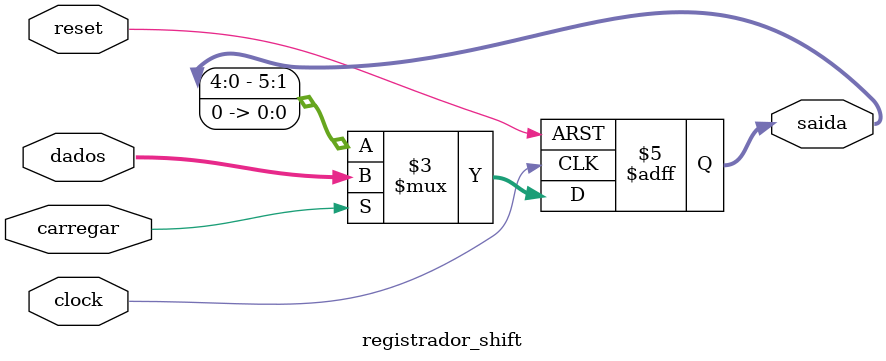
<source format=v>
/*
      Guia_1402.v  
      806937 - FELIPE PEREIRA DA SILVA
      ------------------------------------------------
      Compilar  => iverilog -o programa.vvp programa.v
      Executar  => vvp programa.vvp
*/

module registrador_shift (
    input wire clock,
    input wire reset,
    input wire carregar,
    input wire [5:0] dados,
    output reg [5:0] saida
);

  always @(posedge clock or posedge reset) begin
    if (reset) saida <= 6'b0;
    else if (carregar) saida <= dados;
    else saida <= {saida[4:0], 1'b0};
  end

endmodule

</source>
